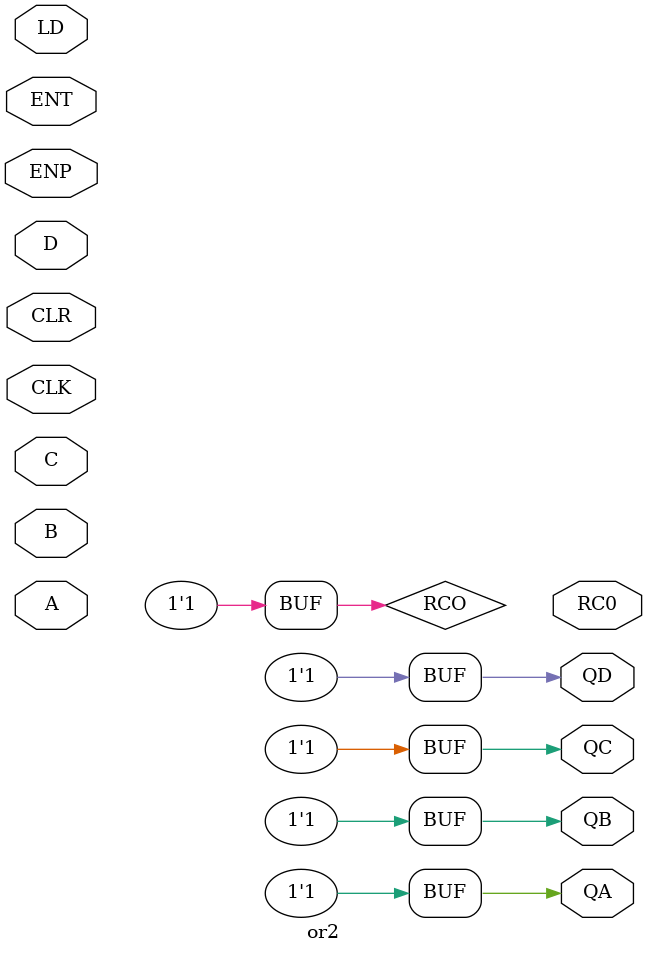
<source format=v>
module or2(
    input           CLR,                 // ASYYNC CLEAR
    input           LD,                  // LOAD
    input           ENT,                 // ENABLE T
    input           ENP,                 // ENABLE P
    input           CLK,                 // CLK
    input           A, B, C, D,          // DATA IN
    output          QA, QB, QC, QD,      // DATA OUT
    output          RC0                  // RIPPLE CARRY OUTPUT
);

assign QA = 1'b1;              // ERASE
assign QB = 1'b1;              // ERASE
assign QC = 1'b1;              // ERASE
assign QD = 1'b1;              // ERASE
assign RCO = 1'b1;             // ERASE

endmodule

</source>
